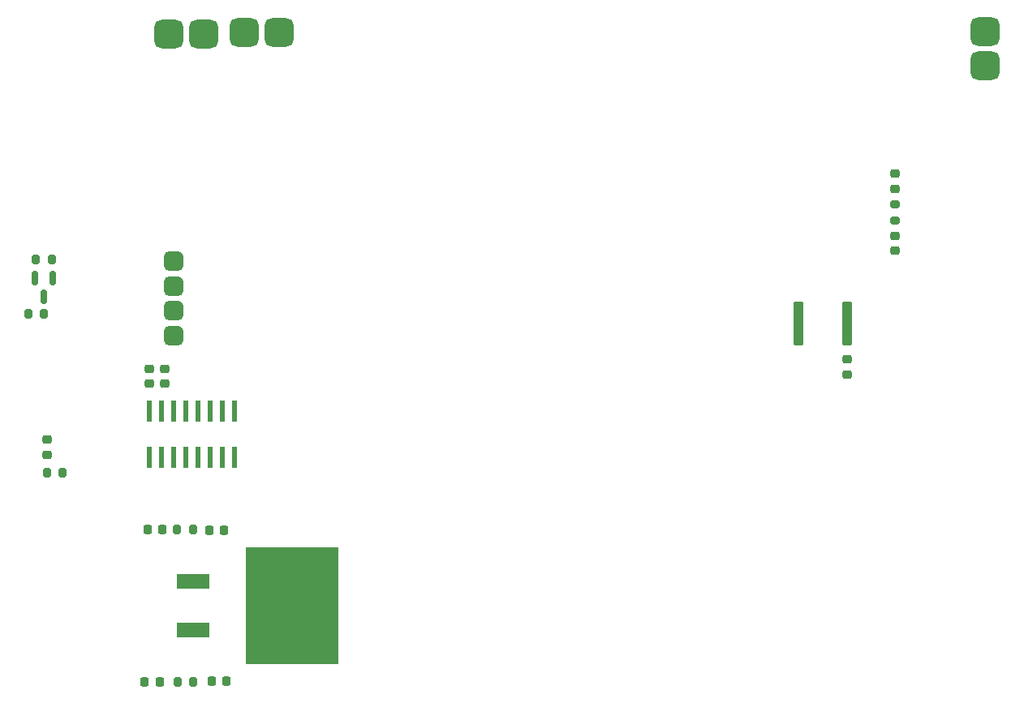
<source format=gtp>
%TF.GenerationSoftware,KiCad,Pcbnew,7.0.7*%
%TF.CreationDate,2023-11-07T21:18:23-05:00*%
%TF.ProjectId,mainControllerGRR,6d61696e-436f-46e7-9472-6f6c6c657247,rev?*%
%TF.SameCoordinates,Original*%
%TF.FileFunction,Paste,Top*%
%TF.FilePolarity,Positive*%
%FSLAX46Y46*%
G04 Gerber Fmt 4.6, Leading zero omitted, Abs format (unit mm)*
G04 Created by KiCad (PCBNEW 7.0.7) date 2023-11-07 21:18:23*
%MOMM*%
%LPD*%
G01*
G04 APERTURE LIST*
G04 Aperture macros list*
%AMRoundRect*
0 Rectangle with rounded corners*
0 $1 Rounding radius*
0 $2 $3 $4 $5 $6 $7 $8 $9 X,Y pos of 4 corners*
0 Add a 4 corners polygon primitive as box body*
4,1,4,$2,$3,$4,$5,$6,$7,$8,$9,$2,$3,0*
0 Add four circle primitives for the rounded corners*
1,1,$1+$1,$2,$3*
1,1,$1+$1,$4,$5*
1,1,$1+$1,$6,$7*
1,1,$1+$1,$8,$9*
0 Add four rect primitives between the rounded corners*
20,1,$1+$1,$2,$3,$4,$5,0*
20,1,$1+$1,$4,$5,$6,$7,0*
20,1,$1+$1,$6,$7,$8,$9,0*
20,1,$1+$1,$8,$9,$2,$3,0*%
G04 Aperture macros list end*
%ADD10RoundRect,0.225000X0.250000X-0.225000X0.250000X0.225000X-0.250000X0.225000X-0.250000X-0.225000X0*%
%ADD11RoundRect,0.200000X0.200000X0.275000X-0.200000X0.275000X-0.200000X-0.275000X0.200000X-0.275000X0*%
%ADD12RoundRect,0.750000X-0.750000X0.750000X-0.750000X-0.750000X0.750000X-0.750000X0.750000X0.750000X0*%
%ADD13RoundRect,0.225000X0.225000X0.250000X-0.225000X0.250000X-0.225000X-0.250000X0.225000X-0.250000X0*%
%ADD14RoundRect,0.218750X-0.218750X-0.256250X0.218750X-0.256250X0.218750X0.256250X-0.218750X0.256250X0*%
%ADD15RoundRect,0.500000X-0.500000X-0.500000X0.500000X-0.500000X0.500000X0.500000X-0.500000X0.500000X0*%
%ADD16RoundRect,0.200000X-0.200000X-0.275000X0.200000X-0.275000X0.200000X0.275000X-0.200000X0.275000X0*%
%ADD17RoundRect,0.250000X0.300000X-2.050000X0.300000X2.050000X-0.300000X2.050000X-0.300000X-2.050000X0*%
%ADD18R,0.558800X2.286000*%
%ADD19RoundRect,0.150000X-0.150000X0.587500X-0.150000X-0.587500X0.150000X-0.587500X0.150000X0.587500X0*%
%ADD20RoundRect,0.218750X-0.256250X0.218750X-0.256250X-0.218750X0.256250X-0.218750X0.256250X0.218750X0*%
%ADD21RoundRect,0.750000X0.750000X0.750000X-0.750000X0.750000X-0.750000X-0.750000X0.750000X-0.750000X0*%
%ADD22RoundRect,0.200000X0.275000X-0.200000X0.275000X0.200000X-0.275000X0.200000X-0.275000X-0.200000X0*%
%ADD23R,3.500000X1.600000*%
%ADD24R,9.750000X12.200000*%
G04 APERTURE END LIST*
D10*
%TO.C,C6*%
X235185000Y-77770000D03*
X235185000Y-76220000D03*
%TD*%
D11*
%TO.C,R7*%
X152170000Y-65815000D03*
X150520000Y-65815000D03*
%TD*%
%TO.C,R3*%
X166960952Y-109865000D03*
X165310952Y-109865000D03*
%TD*%
D12*
%TO.C,Je1*%
X168024998Y-42215000D03*
X164404998Y-42215000D03*
%TD*%
D13*
%TO.C,C3*%
X170409048Y-109845000D03*
X168859048Y-109845000D03*
%TD*%
D14*
%TO.C,D3*%
X161888452Y-109875000D03*
X163463452Y-109875000D03*
%TD*%
%TO.C,D2*%
X162166072Y-94015000D03*
X163741072Y-94015000D03*
%TD*%
D15*
%TO.C,J7*%
X164875000Y-65925000D03*
X164875000Y-68545000D03*
X164875000Y-71125000D03*
X164875000Y-73745000D03*
%TD*%
D11*
%TO.C,R2*%
X166913810Y-94015000D03*
X165263810Y-94015000D03*
%TD*%
D12*
%TO.C,J6*%
X175924998Y-42115000D03*
X172304998Y-42115000D03*
%TD*%
D10*
%TO.C,C7*%
X240151750Y-64860000D03*
X240151750Y-63310000D03*
%TD*%
D16*
%TO.C,R8*%
X149730000Y-71485000D03*
X151380000Y-71485000D03*
%TD*%
D10*
%TO.C,C8*%
X162355000Y-78770000D03*
X162355000Y-77220000D03*
%TD*%
D16*
%TO.C,R1*%
X151670394Y-88025000D03*
X153320394Y-88025000D03*
%TD*%
D17*
%TO.C,IC3*%
X230135000Y-72485000D03*
X235215000Y-72485000D03*
%TD*%
D18*
%TO.C,IC4*%
X162345200Y-86450200D03*
X163615200Y-86450200D03*
X164885200Y-86450200D03*
X166155200Y-86450200D03*
X167425200Y-86450200D03*
X168695200Y-86450200D03*
X169965200Y-86450200D03*
X171235200Y-86450200D03*
X171235200Y-81624200D03*
X169965200Y-81624200D03*
X168695200Y-81624200D03*
X167425200Y-81624200D03*
X166155200Y-81624200D03*
X164885200Y-81624200D03*
X163615200Y-81624200D03*
X162345200Y-81624200D03*
%TD*%
D19*
%TO.C,Q1*%
X152315000Y-67767500D03*
X150415000Y-67767500D03*
X151365000Y-69642500D03*
%TD*%
D20*
%TO.C,D5*%
X240131750Y-56827500D03*
X240131750Y-58402500D03*
%TD*%
%TO.C,D1*%
X151695394Y-84607500D03*
X151695394Y-86182500D03*
%TD*%
D21*
%TO.C,J42*%
X249575000Y-45575000D03*
X249575000Y-41955000D03*
%TD*%
D22*
%TO.C,R5*%
X240141750Y-61700000D03*
X240141750Y-60050000D03*
%TD*%
D23*
%TO.C,IC1*%
X166950000Y-99410000D03*
D24*
X177226000Y-101950000D03*
D23*
X166950000Y-104490000D03*
%TD*%
D13*
%TO.C,C2*%
X170173810Y-94055000D03*
X168623810Y-94055000D03*
%TD*%
D10*
%TO.C,C13*%
X163965000Y-78770000D03*
X163965000Y-77220000D03*
%TD*%
M02*

</source>
